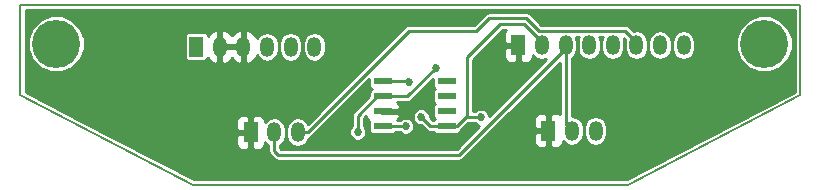
<source format=gbl>
%TF.GenerationSoftware,KiCad,Pcbnew,4.0.7-e2-6376~58~ubuntu16.04.1*%
%TF.CreationDate,2018-01-05T22:29:52-05:00*%
%TF.ProjectId,GarageFrontPanel,47617261676546726F6E7450616E656C,rev?*%
%TF.FileFunction,Copper,L2,Bot,Signal*%
%FSLAX46Y46*%
G04 Gerber Fmt 4.6, Leading zero omitted, Abs format (unit mm)*
G04 Created by KiCad (PCBNEW 4.0.7-e2-6376~58~ubuntu16.04.1) date Fri Jan  5 22:29:52 2018*
%MOMM*%
%LPD*%
G01*
G04 APERTURE LIST*
%ADD10C,0.150000*%
%ADD11C,0.127000*%
%ADD12R,1.550000X0.600000*%
%ADD13R,1.200000X1.700000*%
%ADD14O,1.200000X1.700000*%
%ADD15C,4.064000*%
%ADD16C,0.685800*%
%ADD17C,0.254000*%
G04 APERTURE END LIST*
D10*
D11*
X139065000Y-104140000D02*
X175895000Y-104140000D01*
X190500000Y-96520000D02*
X190500000Y-88900000D01*
X175895000Y-104140000D02*
X190500000Y-96520000D01*
X124460000Y-96520000D02*
X139065000Y-104140000D01*
X124460000Y-88900000D02*
X124460000Y-96520000D01*
X190500000Y-88900000D02*
X124460000Y-88900000D01*
D12*
X155161000Y-99187000D03*
X155161000Y-97917000D03*
X155161000Y-96647000D03*
X155161000Y-95377000D03*
X160561000Y-95377000D03*
X160561000Y-96647000D03*
X160561000Y-97917000D03*
X160561000Y-99187000D03*
D13*
X166624000Y-92329000D03*
D14*
X168624000Y-92329000D03*
X170624000Y-92329000D03*
X172624000Y-92329000D03*
X174624000Y-92329000D03*
X176624000Y-92329000D03*
X178624000Y-92329000D03*
X180624000Y-92329000D03*
D13*
X143955000Y-99695000D03*
D14*
X145955000Y-99695000D03*
X147955000Y-99695000D03*
D13*
X169164000Y-99568000D03*
D14*
X171164000Y-99568000D03*
X173164000Y-99568000D03*
D13*
X139352000Y-92456000D03*
D14*
X141352000Y-92456000D03*
X143352000Y-92456000D03*
X145352000Y-92456000D03*
X147352000Y-92456000D03*
X149352000Y-92456000D03*
D15*
X187452000Y-92202000D03*
X127508000Y-92202000D03*
D16*
X157099000Y-99187000D03*
X158399509Y-98401841D03*
X163449000Y-98425000D03*
X157412618Y-95436618D03*
X159639000Y-94234000D03*
X153035000Y-99695000D03*
D17*
X155161000Y-99187000D02*
X157099000Y-99187000D01*
X159184668Y-99187000D02*
X158742408Y-98744740D01*
X160561000Y-99187000D02*
X159184668Y-99187000D01*
X158742408Y-98744740D02*
X158399509Y-98401841D01*
X162306000Y-98298000D02*
X162179000Y-98425000D01*
X162179000Y-98425000D02*
X161417000Y-99187000D01*
X163449000Y-98425000D02*
X162964067Y-98425000D01*
X162964067Y-98425000D02*
X162179000Y-98425000D01*
X168624000Y-92329000D02*
X168624000Y-92079000D01*
X165100000Y-90551000D02*
X162306000Y-93345000D01*
X168624000Y-92079000D02*
X167096000Y-90551000D01*
X167096000Y-90551000D02*
X165100000Y-90551000D01*
X162306000Y-93345000D02*
X162306000Y-98298000D01*
X161417000Y-99187000D02*
X160561000Y-99187000D01*
X170624000Y-92329000D02*
X170624000Y-92579000D01*
X170624000Y-92579000D02*
X161603000Y-101600000D01*
X161603000Y-101600000D02*
X146304000Y-101600000D01*
X146304000Y-101600000D02*
X145955000Y-101251000D01*
X145955000Y-101251000D02*
X145955000Y-99695000D01*
X145955000Y-99945000D02*
X145955000Y-99695000D01*
X170624000Y-92329000D02*
X170624000Y-99028000D01*
X170624000Y-99028000D02*
X171164000Y-99568000D01*
X148809000Y-99695000D02*
X147955000Y-99695000D01*
X157406001Y-91097999D02*
X148809000Y-99695000D01*
X167306425Y-90042989D02*
X164127575Y-90042989D01*
X175642999Y-91097999D02*
X168361435Y-91097999D01*
X168361435Y-91097999D02*
X167306425Y-90042989D01*
X176624000Y-92329000D02*
X176624000Y-92079000D01*
X164127575Y-90042989D02*
X163072565Y-91097999D01*
X163072565Y-91097999D02*
X157406001Y-91097999D01*
X176624000Y-92079000D02*
X175642999Y-91097999D01*
X157353000Y-95377000D02*
X157412618Y-95436618D01*
X155161000Y-95377000D02*
X157353000Y-95377000D01*
X157226000Y-96647000D02*
X159639000Y-94234000D01*
X155161000Y-96647000D02*
X157226000Y-96647000D01*
X155161000Y-96647000D02*
X154686000Y-96647000D01*
X154686000Y-96647000D02*
X153035000Y-98298000D01*
X153035000Y-98298000D02*
X153035000Y-99695000D01*
G36*
X190055500Y-96250551D02*
X175786014Y-103695500D01*
X139173986Y-103695500D01*
X132054049Y-99980750D01*
X142720000Y-99980750D01*
X142720000Y-100671310D01*
X142816673Y-100904699D01*
X142995302Y-101083327D01*
X143228691Y-101180000D01*
X143669250Y-101180000D01*
X143828000Y-101021250D01*
X143828000Y-99822000D01*
X142878750Y-99822000D01*
X142720000Y-99980750D01*
X132054049Y-99980750D01*
X129635101Y-98718690D01*
X142720000Y-98718690D01*
X142720000Y-99409250D01*
X142878750Y-99568000D01*
X143828000Y-99568000D01*
X143828000Y-98368750D01*
X144082000Y-98368750D01*
X144082000Y-99568000D01*
X144102000Y-99568000D01*
X144102000Y-99822000D01*
X144082000Y-99822000D01*
X144082000Y-101021250D01*
X144240750Y-101180000D01*
X144681309Y-101180000D01*
X144914698Y-101083327D01*
X145093327Y-100904699D01*
X145190000Y-100671310D01*
X145190000Y-100556039D01*
X145261328Y-100662789D01*
X145447000Y-100786851D01*
X145447000Y-101251000D01*
X145485669Y-101445403D01*
X145595790Y-101610210D01*
X145944790Y-101959211D01*
X146109597Y-102069331D01*
X146304000Y-102108000D01*
X161603000Y-102108000D01*
X161797403Y-102069331D01*
X161962210Y-101959210D01*
X164067670Y-99853750D01*
X167929000Y-99853750D01*
X167929000Y-100544310D01*
X168025673Y-100777699D01*
X168204302Y-100956327D01*
X168437691Y-101053000D01*
X168878250Y-101053000D01*
X169037000Y-100894250D01*
X169037000Y-99695000D01*
X168087750Y-99695000D01*
X167929000Y-99853750D01*
X164067670Y-99853750D01*
X165329730Y-98591690D01*
X167929000Y-98591690D01*
X167929000Y-99282250D01*
X168087750Y-99441000D01*
X169037000Y-99441000D01*
X169037000Y-98241750D01*
X168878250Y-98083000D01*
X168437691Y-98083000D01*
X168204302Y-98179673D01*
X168025673Y-98358301D01*
X167929000Y-98591690D01*
X165329730Y-98591690D01*
X170116000Y-93805421D01*
X170116000Y-98176484D01*
X169890309Y-98083000D01*
X169449750Y-98083000D01*
X169291000Y-98241750D01*
X169291000Y-99441000D01*
X169311000Y-99441000D01*
X169311000Y-99695000D01*
X169291000Y-99695000D01*
X169291000Y-100894250D01*
X169449750Y-101053000D01*
X169890309Y-101053000D01*
X170123698Y-100956327D01*
X170302327Y-100777699D01*
X170399000Y-100544310D01*
X170399000Y-100429039D01*
X170470328Y-100535789D01*
X170788588Y-100748443D01*
X171164000Y-100823117D01*
X171539412Y-100748443D01*
X171857672Y-100535789D01*
X172070326Y-100217529D01*
X172145000Y-99842117D01*
X172145000Y-99293883D01*
X172183000Y-99293883D01*
X172183000Y-99842117D01*
X172257674Y-100217529D01*
X172470328Y-100535789D01*
X172788588Y-100748443D01*
X173164000Y-100823117D01*
X173539412Y-100748443D01*
X173857672Y-100535789D01*
X174070326Y-100217529D01*
X174145000Y-99842117D01*
X174145000Y-99293883D01*
X174070326Y-98918471D01*
X173857672Y-98600211D01*
X173539412Y-98387557D01*
X173164000Y-98312883D01*
X172788588Y-98387557D01*
X172470328Y-98600211D01*
X172257674Y-98918471D01*
X172183000Y-99293883D01*
X172145000Y-99293883D01*
X172070326Y-98918471D01*
X171857672Y-98600211D01*
X171539412Y-98387557D01*
X171164000Y-98312883D01*
X171132000Y-98319248D01*
X171132000Y-93420851D01*
X171317672Y-93296789D01*
X171530326Y-92978529D01*
X171605000Y-92603117D01*
X171605000Y-92054883D01*
X171530326Y-91679471D01*
X171481234Y-91605999D01*
X171766766Y-91605999D01*
X171717674Y-91679471D01*
X171643000Y-92054883D01*
X171643000Y-92603117D01*
X171717674Y-92978529D01*
X171930328Y-93296789D01*
X172248588Y-93509443D01*
X172624000Y-93584117D01*
X172999412Y-93509443D01*
X173317672Y-93296789D01*
X173530326Y-92978529D01*
X173605000Y-92603117D01*
X173605000Y-92054883D01*
X173530326Y-91679471D01*
X173481234Y-91605999D01*
X173766766Y-91605999D01*
X173717674Y-91679471D01*
X173643000Y-92054883D01*
X173643000Y-92603117D01*
X173717674Y-92978529D01*
X173930328Y-93296789D01*
X174248588Y-93509443D01*
X174624000Y-93584117D01*
X174999412Y-93509443D01*
X175317672Y-93296789D01*
X175530326Y-92978529D01*
X175605000Y-92603117D01*
X175605000Y-92054883D01*
X175536354Y-91709774D01*
X175682564Y-91855984D01*
X175643000Y-92054883D01*
X175643000Y-92603117D01*
X175717674Y-92978529D01*
X175930328Y-93296789D01*
X176248588Y-93509443D01*
X176624000Y-93584117D01*
X176999412Y-93509443D01*
X177317672Y-93296789D01*
X177530326Y-92978529D01*
X177605000Y-92603117D01*
X177605000Y-92054883D01*
X177643000Y-92054883D01*
X177643000Y-92603117D01*
X177717674Y-92978529D01*
X177930328Y-93296789D01*
X178248588Y-93509443D01*
X178624000Y-93584117D01*
X178999412Y-93509443D01*
X179317672Y-93296789D01*
X179530326Y-92978529D01*
X179605000Y-92603117D01*
X179605000Y-92054883D01*
X179643000Y-92054883D01*
X179643000Y-92603117D01*
X179717674Y-92978529D01*
X179930328Y-93296789D01*
X180248588Y-93509443D01*
X180624000Y-93584117D01*
X180999412Y-93509443D01*
X181317672Y-93296789D01*
X181530326Y-92978529D01*
X181589732Y-92679870D01*
X185038583Y-92679870D01*
X185405166Y-93567069D01*
X186083361Y-94246449D01*
X186969919Y-94614580D01*
X187929870Y-94615417D01*
X188817069Y-94248834D01*
X189496449Y-93570639D01*
X189864580Y-92684081D01*
X189865417Y-91724130D01*
X189498834Y-90836931D01*
X188820639Y-90157551D01*
X187934081Y-89789420D01*
X186974130Y-89788583D01*
X186086931Y-90155166D01*
X185407551Y-90833361D01*
X185039420Y-91719919D01*
X185038583Y-92679870D01*
X181589732Y-92679870D01*
X181605000Y-92603117D01*
X181605000Y-92054883D01*
X181530326Y-91679471D01*
X181317672Y-91361211D01*
X180999412Y-91148557D01*
X180624000Y-91073883D01*
X180248588Y-91148557D01*
X179930328Y-91361211D01*
X179717674Y-91679471D01*
X179643000Y-92054883D01*
X179605000Y-92054883D01*
X179530326Y-91679471D01*
X179317672Y-91361211D01*
X178999412Y-91148557D01*
X178624000Y-91073883D01*
X178248588Y-91148557D01*
X177930328Y-91361211D01*
X177717674Y-91679471D01*
X177643000Y-92054883D01*
X177605000Y-92054883D01*
X177530326Y-91679471D01*
X177317672Y-91361211D01*
X176999412Y-91148557D01*
X176624000Y-91073883D01*
X176384869Y-91121449D01*
X176002209Y-90738789D01*
X175837402Y-90628668D01*
X175642999Y-90589999D01*
X168571856Y-90589999D01*
X167665635Y-89683779D01*
X167500828Y-89573658D01*
X167306425Y-89534989D01*
X164127575Y-89534989D01*
X163933172Y-89573658D01*
X163933170Y-89573659D01*
X163933171Y-89573659D01*
X163768364Y-89683779D01*
X162862145Y-90589999D01*
X157406001Y-90589999D01*
X157243851Y-90622253D01*
X157211597Y-90628668D01*
X157046790Y-90738789D01*
X148812773Y-98972807D01*
X148648672Y-98727211D01*
X148330412Y-98514557D01*
X147955000Y-98439883D01*
X147579588Y-98514557D01*
X147261328Y-98727211D01*
X147048674Y-99045471D01*
X146974000Y-99420883D01*
X146974000Y-99969117D01*
X147048674Y-100344529D01*
X147261328Y-100662789D01*
X147579588Y-100875443D01*
X147955000Y-100950117D01*
X148330412Y-100875443D01*
X148648672Y-100662789D01*
X148861326Y-100344529D01*
X148892793Y-100186333D01*
X149003403Y-100164331D01*
X149168210Y-100054210D01*
X153997536Y-95224885D01*
X153997536Y-95677000D01*
X154024103Y-95818190D01*
X154107546Y-95947865D01*
X154202187Y-96012530D01*
X154115135Y-96068546D01*
X154028141Y-96195866D01*
X153997536Y-96347000D01*
X153997536Y-96617043D01*
X152675790Y-97938790D01*
X152565669Y-98103597D01*
X152527000Y-98298000D01*
X152527000Y-99179257D01*
X152421665Y-99284408D01*
X152311226Y-99550376D01*
X152310975Y-99838361D01*
X152420950Y-100104521D01*
X152624408Y-100308335D01*
X152890376Y-100418774D01*
X153178361Y-100419025D01*
X153444521Y-100309050D01*
X153648335Y-100105592D01*
X153758774Y-99839624D01*
X153759025Y-99551639D01*
X153649050Y-99285479D01*
X153543000Y-99179243D01*
X153543000Y-98508420D01*
X153751000Y-98300420D01*
X153751000Y-98343310D01*
X153847673Y-98576699D01*
X154024554Y-98753579D01*
X153997536Y-98887000D01*
X153997536Y-99487000D01*
X154024103Y-99628190D01*
X154107546Y-99757865D01*
X154234866Y-99844859D01*
X154386000Y-99875464D01*
X155936000Y-99875464D01*
X156077190Y-99848897D01*
X156206865Y-99765454D01*
X156255004Y-99695000D01*
X156583257Y-99695000D01*
X156688408Y-99800335D01*
X156954376Y-99910774D01*
X157242361Y-99911025D01*
X157508521Y-99801050D01*
X157712335Y-99597592D01*
X157822774Y-99331624D01*
X157823025Y-99043639D01*
X157713050Y-98777479D01*
X157509592Y-98573665D01*
X157243624Y-98463226D01*
X156955639Y-98462975D01*
X156689479Y-98572950D01*
X156583243Y-98679000D01*
X156372025Y-98679000D01*
X156474327Y-98576699D01*
X156571000Y-98343310D01*
X156571000Y-98202750D01*
X156412250Y-98044000D01*
X155288000Y-98044000D01*
X155288000Y-98064000D01*
X155034000Y-98064000D01*
X155034000Y-98044000D01*
X155014000Y-98044000D01*
X155014000Y-97790000D01*
X155034000Y-97790000D01*
X155034000Y-97770000D01*
X155288000Y-97770000D01*
X155288000Y-97790000D01*
X156412250Y-97790000D01*
X156571000Y-97631250D01*
X156571000Y-97490690D01*
X156474327Y-97257301D01*
X156372025Y-97155000D01*
X157226000Y-97155000D01*
X157420403Y-97116331D01*
X157585210Y-97006210D01*
X159397536Y-95193884D01*
X159397536Y-95677000D01*
X159424103Y-95818190D01*
X159507546Y-95947865D01*
X159602187Y-96012530D01*
X159515135Y-96068546D01*
X159428141Y-96195866D01*
X159397536Y-96347000D01*
X159397536Y-96947000D01*
X159424103Y-97088190D01*
X159507546Y-97217865D01*
X159602187Y-97282530D01*
X159515135Y-97338546D01*
X159428141Y-97465866D01*
X159397536Y-97617000D01*
X159397536Y-98217000D01*
X159424103Y-98358190D01*
X159507546Y-98487865D01*
X159602187Y-98552530D01*
X159515135Y-98608546D01*
X159466996Y-98679000D01*
X159395088Y-98679000D01*
X159123404Y-98407316D01*
X159123534Y-98258480D01*
X159013559Y-97992320D01*
X158810101Y-97788506D01*
X158544133Y-97678067D01*
X158256148Y-97677816D01*
X157989988Y-97787791D01*
X157786174Y-97991249D01*
X157675735Y-98257217D01*
X157675484Y-98545202D01*
X157785459Y-98811362D01*
X157988917Y-99015176D01*
X158254885Y-99125615D01*
X158404994Y-99125746D01*
X158825458Y-99546210D01*
X158990264Y-99656331D01*
X159184668Y-99695000D01*
X159467094Y-99695000D01*
X159507546Y-99757865D01*
X159634866Y-99844859D01*
X159786000Y-99875464D01*
X161336000Y-99875464D01*
X161477190Y-99848897D01*
X161606865Y-99765454D01*
X161693859Y-99638134D01*
X161702500Y-99595461D01*
X161776210Y-99546210D01*
X162389420Y-98933000D01*
X162933257Y-98933000D01*
X163038408Y-99038335D01*
X163304376Y-99148774D01*
X163335778Y-99148801D01*
X161392580Y-101092000D01*
X146514421Y-101092000D01*
X146463000Y-101040580D01*
X146463000Y-100786851D01*
X146648672Y-100662789D01*
X146861326Y-100344529D01*
X146936000Y-99969117D01*
X146936000Y-99420883D01*
X146861326Y-99045471D01*
X146648672Y-98727211D01*
X146330412Y-98514557D01*
X145955000Y-98439883D01*
X145579588Y-98514557D01*
X145261328Y-98727211D01*
X145190000Y-98833961D01*
X145190000Y-98718690D01*
X145093327Y-98485301D01*
X144914698Y-98306673D01*
X144681309Y-98210000D01*
X144240750Y-98210000D01*
X144082000Y-98368750D01*
X143828000Y-98368750D01*
X143669250Y-98210000D01*
X143228691Y-98210000D01*
X142995302Y-98306673D01*
X142816673Y-98485301D01*
X142720000Y-98718690D01*
X129635101Y-98718690D01*
X124904500Y-96250551D01*
X124904500Y-92679870D01*
X125094583Y-92679870D01*
X125461166Y-93567069D01*
X126139361Y-94246449D01*
X127025919Y-94614580D01*
X127985870Y-94615417D01*
X128873069Y-94248834D01*
X129552449Y-93570639D01*
X129920580Y-92684081D01*
X129921417Y-91724130D01*
X129872607Y-91606000D01*
X138363536Y-91606000D01*
X138363536Y-93306000D01*
X138390103Y-93447190D01*
X138473546Y-93576865D01*
X138600866Y-93663859D01*
X138752000Y-93694464D01*
X139952000Y-93694464D01*
X140093190Y-93667897D01*
X140222865Y-93584454D01*
X140309859Y-93457134D01*
X140325983Y-93377510D01*
X140522875Y-93637933D01*
X140942624Y-93884286D01*
X141034391Y-93899462D01*
X141225000Y-93774731D01*
X141225000Y-92583000D01*
X141479000Y-92583000D01*
X141479000Y-93774731D01*
X141669609Y-93899462D01*
X141761376Y-93884286D01*
X142181125Y-93637933D01*
X142352000Y-93411922D01*
X142522875Y-93637933D01*
X142942624Y-93884286D01*
X143034391Y-93899462D01*
X143225000Y-93774731D01*
X143225000Y-92583000D01*
X141479000Y-92583000D01*
X141225000Y-92583000D01*
X141205000Y-92583000D01*
X141205000Y-92329000D01*
X141225000Y-92329000D01*
X141225000Y-91137269D01*
X141479000Y-91137269D01*
X141479000Y-92329000D01*
X143225000Y-92329000D01*
X143225000Y-91137269D01*
X143479000Y-91137269D01*
X143479000Y-92329000D01*
X143499000Y-92329000D01*
X143499000Y-92583000D01*
X143479000Y-92583000D01*
X143479000Y-93774731D01*
X143669609Y-93899462D01*
X143761376Y-93884286D01*
X144181125Y-93637933D01*
X144474647Y-93249701D01*
X144493532Y-93177154D01*
X144658328Y-93423789D01*
X144976588Y-93636443D01*
X145352000Y-93711117D01*
X145727412Y-93636443D01*
X146045672Y-93423789D01*
X146258326Y-93105529D01*
X146333000Y-92730117D01*
X146333000Y-92181883D01*
X146371000Y-92181883D01*
X146371000Y-92730117D01*
X146445674Y-93105529D01*
X146658328Y-93423789D01*
X146976588Y-93636443D01*
X147352000Y-93711117D01*
X147727412Y-93636443D01*
X148045672Y-93423789D01*
X148258326Y-93105529D01*
X148333000Y-92730117D01*
X148333000Y-92181883D01*
X148371000Y-92181883D01*
X148371000Y-92730117D01*
X148445674Y-93105529D01*
X148658328Y-93423789D01*
X148976588Y-93636443D01*
X149352000Y-93711117D01*
X149727412Y-93636443D01*
X150045672Y-93423789D01*
X150258326Y-93105529D01*
X150333000Y-92730117D01*
X150333000Y-92181883D01*
X150258326Y-91806471D01*
X150045672Y-91488211D01*
X149727412Y-91275557D01*
X149352000Y-91200883D01*
X148976588Y-91275557D01*
X148658328Y-91488211D01*
X148445674Y-91806471D01*
X148371000Y-92181883D01*
X148333000Y-92181883D01*
X148258326Y-91806471D01*
X148045672Y-91488211D01*
X147727412Y-91275557D01*
X147352000Y-91200883D01*
X146976588Y-91275557D01*
X146658328Y-91488211D01*
X146445674Y-91806471D01*
X146371000Y-92181883D01*
X146333000Y-92181883D01*
X146258326Y-91806471D01*
X146045672Y-91488211D01*
X145727412Y-91275557D01*
X145352000Y-91200883D01*
X144976588Y-91275557D01*
X144658328Y-91488211D01*
X144493532Y-91734846D01*
X144474647Y-91662299D01*
X144181125Y-91274067D01*
X143761376Y-91027714D01*
X143669609Y-91012538D01*
X143479000Y-91137269D01*
X143225000Y-91137269D01*
X143034391Y-91012538D01*
X142942624Y-91027714D01*
X142522875Y-91274067D01*
X142352000Y-91500078D01*
X142181125Y-91274067D01*
X141761376Y-91027714D01*
X141669609Y-91012538D01*
X141479000Y-91137269D01*
X141225000Y-91137269D01*
X141034391Y-91012538D01*
X140942624Y-91027714D01*
X140522875Y-91274067D01*
X140326804Y-91533404D01*
X140313897Y-91464810D01*
X140230454Y-91335135D01*
X140103134Y-91248141D01*
X139952000Y-91217536D01*
X138752000Y-91217536D01*
X138610810Y-91244103D01*
X138481135Y-91327546D01*
X138394141Y-91454866D01*
X138363536Y-91606000D01*
X129872607Y-91606000D01*
X129554834Y-90836931D01*
X128876639Y-90157551D01*
X127990081Y-89789420D01*
X127030130Y-89788583D01*
X126142931Y-90155166D01*
X125463551Y-90833361D01*
X125095420Y-91719919D01*
X125094583Y-92679870D01*
X124904500Y-92679870D01*
X124904500Y-89344500D01*
X190055500Y-89344500D01*
X190055500Y-96250551D01*
X190055500Y-96250551D01*
G37*
X190055500Y-96250551D02*
X175786014Y-103695500D01*
X139173986Y-103695500D01*
X132054049Y-99980750D01*
X142720000Y-99980750D01*
X142720000Y-100671310D01*
X142816673Y-100904699D01*
X142995302Y-101083327D01*
X143228691Y-101180000D01*
X143669250Y-101180000D01*
X143828000Y-101021250D01*
X143828000Y-99822000D01*
X142878750Y-99822000D01*
X142720000Y-99980750D01*
X132054049Y-99980750D01*
X129635101Y-98718690D01*
X142720000Y-98718690D01*
X142720000Y-99409250D01*
X142878750Y-99568000D01*
X143828000Y-99568000D01*
X143828000Y-98368750D01*
X144082000Y-98368750D01*
X144082000Y-99568000D01*
X144102000Y-99568000D01*
X144102000Y-99822000D01*
X144082000Y-99822000D01*
X144082000Y-101021250D01*
X144240750Y-101180000D01*
X144681309Y-101180000D01*
X144914698Y-101083327D01*
X145093327Y-100904699D01*
X145190000Y-100671310D01*
X145190000Y-100556039D01*
X145261328Y-100662789D01*
X145447000Y-100786851D01*
X145447000Y-101251000D01*
X145485669Y-101445403D01*
X145595790Y-101610210D01*
X145944790Y-101959211D01*
X146109597Y-102069331D01*
X146304000Y-102108000D01*
X161603000Y-102108000D01*
X161797403Y-102069331D01*
X161962210Y-101959210D01*
X164067670Y-99853750D01*
X167929000Y-99853750D01*
X167929000Y-100544310D01*
X168025673Y-100777699D01*
X168204302Y-100956327D01*
X168437691Y-101053000D01*
X168878250Y-101053000D01*
X169037000Y-100894250D01*
X169037000Y-99695000D01*
X168087750Y-99695000D01*
X167929000Y-99853750D01*
X164067670Y-99853750D01*
X165329730Y-98591690D01*
X167929000Y-98591690D01*
X167929000Y-99282250D01*
X168087750Y-99441000D01*
X169037000Y-99441000D01*
X169037000Y-98241750D01*
X168878250Y-98083000D01*
X168437691Y-98083000D01*
X168204302Y-98179673D01*
X168025673Y-98358301D01*
X167929000Y-98591690D01*
X165329730Y-98591690D01*
X170116000Y-93805421D01*
X170116000Y-98176484D01*
X169890309Y-98083000D01*
X169449750Y-98083000D01*
X169291000Y-98241750D01*
X169291000Y-99441000D01*
X169311000Y-99441000D01*
X169311000Y-99695000D01*
X169291000Y-99695000D01*
X169291000Y-100894250D01*
X169449750Y-101053000D01*
X169890309Y-101053000D01*
X170123698Y-100956327D01*
X170302327Y-100777699D01*
X170399000Y-100544310D01*
X170399000Y-100429039D01*
X170470328Y-100535789D01*
X170788588Y-100748443D01*
X171164000Y-100823117D01*
X171539412Y-100748443D01*
X171857672Y-100535789D01*
X172070326Y-100217529D01*
X172145000Y-99842117D01*
X172145000Y-99293883D01*
X172183000Y-99293883D01*
X172183000Y-99842117D01*
X172257674Y-100217529D01*
X172470328Y-100535789D01*
X172788588Y-100748443D01*
X173164000Y-100823117D01*
X173539412Y-100748443D01*
X173857672Y-100535789D01*
X174070326Y-100217529D01*
X174145000Y-99842117D01*
X174145000Y-99293883D01*
X174070326Y-98918471D01*
X173857672Y-98600211D01*
X173539412Y-98387557D01*
X173164000Y-98312883D01*
X172788588Y-98387557D01*
X172470328Y-98600211D01*
X172257674Y-98918471D01*
X172183000Y-99293883D01*
X172145000Y-99293883D01*
X172070326Y-98918471D01*
X171857672Y-98600211D01*
X171539412Y-98387557D01*
X171164000Y-98312883D01*
X171132000Y-98319248D01*
X171132000Y-93420851D01*
X171317672Y-93296789D01*
X171530326Y-92978529D01*
X171605000Y-92603117D01*
X171605000Y-92054883D01*
X171530326Y-91679471D01*
X171481234Y-91605999D01*
X171766766Y-91605999D01*
X171717674Y-91679471D01*
X171643000Y-92054883D01*
X171643000Y-92603117D01*
X171717674Y-92978529D01*
X171930328Y-93296789D01*
X172248588Y-93509443D01*
X172624000Y-93584117D01*
X172999412Y-93509443D01*
X173317672Y-93296789D01*
X173530326Y-92978529D01*
X173605000Y-92603117D01*
X173605000Y-92054883D01*
X173530326Y-91679471D01*
X173481234Y-91605999D01*
X173766766Y-91605999D01*
X173717674Y-91679471D01*
X173643000Y-92054883D01*
X173643000Y-92603117D01*
X173717674Y-92978529D01*
X173930328Y-93296789D01*
X174248588Y-93509443D01*
X174624000Y-93584117D01*
X174999412Y-93509443D01*
X175317672Y-93296789D01*
X175530326Y-92978529D01*
X175605000Y-92603117D01*
X175605000Y-92054883D01*
X175536354Y-91709774D01*
X175682564Y-91855984D01*
X175643000Y-92054883D01*
X175643000Y-92603117D01*
X175717674Y-92978529D01*
X175930328Y-93296789D01*
X176248588Y-93509443D01*
X176624000Y-93584117D01*
X176999412Y-93509443D01*
X177317672Y-93296789D01*
X177530326Y-92978529D01*
X177605000Y-92603117D01*
X177605000Y-92054883D01*
X177643000Y-92054883D01*
X177643000Y-92603117D01*
X177717674Y-92978529D01*
X177930328Y-93296789D01*
X178248588Y-93509443D01*
X178624000Y-93584117D01*
X178999412Y-93509443D01*
X179317672Y-93296789D01*
X179530326Y-92978529D01*
X179605000Y-92603117D01*
X179605000Y-92054883D01*
X179643000Y-92054883D01*
X179643000Y-92603117D01*
X179717674Y-92978529D01*
X179930328Y-93296789D01*
X180248588Y-93509443D01*
X180624000Y-93584117D01*
X180999412Y-93509443D01*
X181317672Y-93296789D01*
X181530326Y-92978529D01*
X181589732Y-92679870D01*
X185038583Y-92679870D01*
X185405166Y-93567069D01*
X186083361Y-94246449D01*
X186969919Y-94614580D01*
X187929870Y-94615417D01*
X188817069Y-94248834D01*
X189496449Y-93570639D01*
X189864580Y-92684081D01*
X189865417Y-91724130D01*
X189498834Y-90836931D01*
X188820639Y-90157551D01*
X187934081Y-89789420D01*
X186974130Y-89788583D01*
X186086931Y-90155166D01*
X185407551Y-90833361D01*
X185039420Y-91719919D01*
X185038583Y-92679870D01*
X181589732Y-92679870D01*
X181605000Y-92603117D01*
X181605000Y-92054883D01*
X181530326Y-91679471D01*
X181317672Y-91361211D01*
X180999412Y-91148557D01*
X180624000Y-91073883D01*
X180248588Y-91148557D01*
X179930328Y-91361211D01*
X179717674Y-91679471D01*
X179643000Y-92054883D01*
X179605000Y-92054883D01*
X179530326Y-91679471D01*
X179317672Y-91361211D01*
X178999412Y-91148557D01*
X178624000Y-91073883D01*
X178248588Y-91148557D01*
X177930328Y-91361211D01*
X177717674Y-91679471D01*
X177643000Y-92054883D01*
X177605000Y-92054883D01*
X177530326Y-91679471D01*
X177317672Y-91361211D01*
X176999412Y-91148557D01*
X176624000Y-91073883D01*
X176384869Y-91121449D01*
X176002209Y-90738789D01*
X175837402Y-90628668D01*
X175642999Y-90589999D01*
X168571856Y-90589999D01*
X167665635Y-89683779D01*
X167500828Y-89573658D01*
X167306425Y-89534989D01*
X164127575Y-89534989D01*
X163933172Y-89573658D01*
X163933170Y-89573659D01*
X163933171Y-89573659D01*
X163768364Y-89683779D01*
X162862145Y-90589999D01*
X157406001Y-90589999D01*
X157243851Y-90622253D01*
X157211597Y-90628668D01*
X157046790Y-90738789D01*
X148812773Y-98972807D01*
X148648672Y-98727211D01*
X148330412Y-98514557D01*
X147955000Y-98439883D01*
X147579588Y-98514557D01*
X147261328Y-98727211D01*
X147048674Y-99045471D01*
X146974000Y-99420883D01*
X146974000Y-99969117D01*
X147048674Y-100344529D01*
X147261328Y-100662789D01*
X147579588Y-100875443D01*
X147955000Y-100950117D01*
X148330412Y-100875443D01*
X148648672Y-100662789D01*
X148861326Y-100344529D01*
X148892793Y-100186333D01*
X149003403Y-100164331D01*
X149168210Y-100054210D01*
X153997536Y-95224885D01*
X153997536Y-95677000D01*
X154024103Y-95818190D01*
X154107546Y-95947865D01*
X154202187Y-96012530D01*
X154115135Y-96068546D01*
X154028141Y-96195866D01*
X153997536Y-96347000D01*
X153997536Y-96617043D01*
X152675790Y-97938790D01*
X152565669Y-98103597D01*
X152527000Y-98298000D01*
X152527000Y-99179257D01*
X152421665Y-99284408D01*
X152311226Y-99550376D01*
X152310975Y-99838361D01*
X152420950Y-100104521D01*
X152624408Y-100308335D01*
X152890376Y-100418774D01*
X153178361Y-100419025D01*
X153444521Y-100309050D01*
X153648335Y-100105592D01*
X153758774Y-99839624D01*
X153759025Y-99551639D01*
X153649050Y-99285479D01*
X153543000Y-99179243D01*
X153543000Y-98508420D01*
X153751000Y-98300420D01*
X153751000Y-98343310D01*
X153847673Y-98576699D01*
X154024554Y-98753579D01*
X153997536Y-98887000D01*
X153997536Y-99487000D01*
X154024103Y-99628190D01*
X154107546Y-99757865D01*
X154234866Y-99844859D01*
X154386000Y-99875464D01*
X155936000Y-99875464D01*
X156077190Y-99848897D01*
X156206865Y-99765454D01*
X156255004Y-99695000D01*
X156583257Y-99695000D01*
X156688408Y-99800335D01*
X156954376Y-99910774D01*
X157242361Y-99911025D01*
X157508521Y-99801050D01*
X157712335Y-99597592D01*
X157822774Y-99331624D01*
X157823025Y-99043639D01*
X157713050Y-98777479D01*
X157509592Y-98573665D01*
X157243624Y-98463226D01*
X156955639Y-98462975D01*
X156689479Y-98572950D01*
X156583243Y-98679000D01*
X156372025Y-98679000D01*
X156474327Y-98576699D01*
X156571000Y-98343310D01*
X156571000Y-98202750D01*
X156412250Y-98044000D01*
X155288000Y-98044000D01*
X155288000Y-98064000D01*
X155034000Y-98064000D01*
X155034000Y-98044000D01*
X155014000Y-98044000D01*
X155014000Y-97790000D01*
X155034000Y-97790000D01*
X155034000Y-97770000D01*
X155288000Y-97770000D01*
X155288000Y-97790000D01*
X156412250Y-97790000D01*
X156571000Y-97631250D01*
X156571000Y-97490690D01*
X156474327Y-97257301D01*
X156372025Y-97155000D01*
X157226000Y-97155000D01*
X157420403Y-97116331D01*
X157585210Y-97006210D01*
X159397536Y-95193884D01*
X159397536Y-95677000D01*
X159424103Y-95818190D01*
X159507546Y-95947865D01*
X159602187Y-96012530D01*
X159515135Y-96068546D01*
X159428141Y-96195866D01*
X159397536Y-96347000D01*
X159397536Y-96947000D01*
X159424103Y-97088190D01*
X159507546Y-97217865D01*
X159602187Y-97282530D01*
X159515135Y-97338546D01*
X159428141Y-97465866D01*
X159397536Y-97617000D01*
X159397536Y-98217000D01*
X159424103Y-98358190D01*
X159507546Y-98487865D01*
X159602187Y-98552530D01*
X159515135Y-98608546D01*
X159466996Y-98679000D01*
X159395088Y-98679000D01*
X159123404Y-98407316D01*
X159123534Y-98258480D01*
X159013559Y-97992320D01*
X158810101Y-97788506D01*
X158544133Y-97678067D01*
X158256148Y-97677816D01*
X157989988Y-97787791D01*
X157786174Y-97991249D01*
X157675735Y-98257217D01*
X157675484Y-98545202D01*
X157785459Y-98811362D01*
X157988917Y-99015176D01*
X158254885Y-99125615D01*
X158404994Y-99125746D01*
X158825458Y-99546210D01*
X158990264Y-99656331D01*
X159184668Y-99695000D01*
X159467094Y-99695000D01*
X159507546Y-99757865D01*
X159634866Y-99844859D01*
X159786000Y-99875464D01*
X161336000Y-99875464D01*
X161477190Y-99848897D01*
X161606865Y-99765454D01*
X161693859Y-99638134D01*
X161702500Y-99595461D01*
X161776210Y-99546210D01*
X162389420Y-98933000D01*
X162933257Y-98933000D01*
X163038408Y-99038335D01*
X163304376Y-99148774D01*
X163335778Y-99148801D01*
X161392580Y-101092000D01*
X146514421Y-101092000D01*
X146463000Y-101040580D01*
X146463000Y-100786851D01*
X146648672Y-100662789D01*
X146861326Y-100344529D01*
X146936000Y-99969117D01*
X146936000Y-99420883D01*
X146861326Y-99045471D01*
X146648672Y-98727211D01*
X146330412Y-98514557D01*
X145955000Y-98439883D01*
X145579588Y-98514557D01*
X145261328Y-98727211D01*
X145190000Y-98833961D01*
X145190000Y-98718690D01*
X145093327Y-98485301D01*
X144914698Y-98306673D01*
X144681309Y-98210000D01*
X144240750Y-98210000D01*
X144082000Y-98368750D01*
X143828000Y-98368750D01*
X143669250Y-98210000D01*
X143228691Y-98210000D01*
X142995302Y-98306673D01*
X142816673Y-98485301D01*
X142720000Y-98718690D01*
X129635101Y-98718690D01*
X124904500Y-96250551D01*
X124904500Y-92679870D01*
X125094583Y-92679870D01*
X125461166Y-93567069D01*
X126139361Y-94246449D01*
X127025919Y-94614580D01*
X127985870Y-94615417D01*
X128873069Y-94248834D01*
X129552449Y-93570639D01*
X129920580Y-92684081D01*
X129921417Y-91724130D01*
X129872607Y-91606000D01*
X138363536Y-91606000D01*
X138363536Y-93306000D01*
X138390103Y-93447190D01*
X138473546Y-93576865D01*
X138600866Y-93663859D01*
X138752000Y-93694464D01*
X139952000Y-93694464D01*
X140093190Y-93667897D01*
X140222865Y-93584454D01*
X140309859Y-93457134D01*
X140325983Y-93377510D01*
X140522875Y-93637933D01*
X140942624Y-93884286D01*
X141034391Y-93899462D01*
X141225000Y-93774731D01*
X141225000Y-92583000D01*
X141479000Y-92583000D01*
X141479000Y-93774731D01*
X141669609Y-93899462D01*
X141761376Y-93884286D01*
X142181125Y-93637933D01*
X142352000Y-93411922D01*
X142522875Y-93637933D01*
X142942624Y-93884286D01*
X143034391Y-93899462D01*
X143225000Y-93774731D01*
X143225000Y-92583000D01*
X141479000Y-92583000D01*
X141225000Y-92583000D01*
X141205000Y-92583000D01*
X141205000Y-92329000D01*
X141225000Y-92329000D01*
X141225000Y-91137269D01*
X141479000Y-91137269D01*
X141479000Y-92329000D01*
X143225000Y-92329000D01*
X143225000Y-91137269D01*
X143479000Y-91137269D01*
X143479000Y-92329000D01*
X143499000Y-92329000D01*
X143499000Y-92583000D01*
X143479000Y-92583000D01*
X143479000Y-93774731D01*
X143669609Y-93899462D01*
X143761376Y-93884286D01*
X144181125Y-93637933D01*
X144474647Y-93249701D01*
X144493532Y-93177154D01*
X144658328Y-93423789D01*
X144976588Y-93636443D01*
X145352000Y-93711117D01*
X145727412Y-93636443D01*
X146045672Y-93423789D01*
X146258326Y-93105529D01*
X146333000Y-92730117D01*
X146333000Y-92181883D01*
X146371000Y-92181883D01*
X146371000Y-92730117D01*
X146445674Y-93105529D01*
X146658328Y-93423789D01*
X146976588Y-93636443D01*
X147352000Y-93711117D01*
X147727412Y-93636443D01*
X148045672Y-93423789D01*
X148258326Y-93105529D01*
X148333000Y-92730117D01*
X148333000Y-92181883D01*
X148371000Y-92181883D01*
X148371000Y-92730117D01*
X148445674Y-93105529D01*
X148658328Y-93423789D01*
X148976588Y-93636443D01*
X149352000Y-93711117D01*
X149727412Y-93636443D01*
X150045672Y-93423789D01*
X150258326Y-93105529D01*
X150333000Y-92730117D01*
X150333000Y-92181883D01*
X150258326Y-91806471D01*
X150045672Y-91488211D01*
X149727412Y-91275557D01*
X149352000Y-91200883D01*
X148976588Y-91275557D01*
X148658328Y-91488211D01*
X148445674Y-91806471D01*
X148371000Y-92181883D01*
X148333000Y-92181883D01*
X148258326Y-91806471D01*
X148045672Y-91488211D01*
X147727412Y-91275557D01*
X147352000Y-91200883D01*
X146976588Y-91275557D01*
X146658328Y-91488211D01*
X146445674Y-91806471D01*
X146371000Y-92181883D01*
X146333000Y-92181883D01*
X146258326Y-91806471D01*
X146045672Y-91488211D01*
X145727412Y-91275557D01*
X145352000Y-91200883D01*
X144976588Y-91275557D01*
X144658328Y-91488211D01*
X144493532Y-91734846D01*
X144474647Y-91662299D01*
X144181125Y-91274067D01*
X143761376Y-91027714D01*
X143669609Y-91012538D01*
X143479000Y-91137269D01*
X143225000Y-91137269D01*
X143034391Y-91012538D01*
X142942624Y-91027714D01*
X142522875Y-91274067D01*
X142352000Y-91500078D01*
X142181125Y-91274067D01*
X141761376Y-91027714D01*
X141669609Y-91012538D01*
X141479000Y-91137269D01*
X141225000Y-91137269D01*
X141034391Y-91012538D01*
X140942624Y-91027714D01*
X140522875Y-91274067D01*
X140326804Y-91533404D01*
X140313897Y-91464810D01*
X140230454Y-91335135D01*
X140103134Y-91248141D01*
X139952000Y-91217536D01*
X138752000Y-91217536D01*
X138610810Y-91244103D01*
X138481135Y-91327546D01*
X138394141Y-91454866D01*
X138363536Y-91606000D01*
X129872607Y-91606000D01*
X129554834Y-90836931D01*
X128876639Y-90157551D01*
X127990081Y-89789420D01*
X127030130Y-89788583D01*
X126142931Y-90155166D01*
X125463551Y-90833361D01*
X125095420Y-91719919D01*
X125094583Y-92679870D01*
X124904500Y-92679870D01*
X124904500Y-89344500D01*
X190055500Y-89344500D01*
X190055500Y-96250551D01*
G36*
X165485673Y-91119301D02*
X165389000Y-91352690D01*
X165389000Y-92043250D01*
X165547750Y-92202000D01*
X166497000Y-92202000D01*
X166497000Y-92182000D01*
X166751000Y-92182000D01*
X166751000Y-92202000D01*
X166771000Y-92202000D01*
X166771000Y-92456000D01*
X166751000Y-92456000D01*
X166751000Y-93655250D01*
X166909750Y-93814000D01*
X167350309Y-93814000D01*
X167583698Y-93717327D01*
X167762327Y-93538699D01*
X167859000Y-93305310D01*
X167859000Y-93190039D01*
X167930328Y-93296789D01*
X168248588Y-93509443D01*
X168624000Y-93584117D01*
X168969108Y-93515471D01*
X164172999Y-98311581D01*
X164173025Y-98281639D01*
X164063050Y-98015479D01*
X163859592Y-97811665D01*
X163593624Y-97701226D01*
X163305639Y-97700975D01*
X163039479Y-97810950D01*
X162933243Y-97917000D01*
X162814000Y-97917000D01*
X162814000Y-93555420D01*
X163754670Y-92614750D01*
X165389000Y-92614750D01*
X165389000Y-93305310D01*
X165485673Y-93538699D01*
X165664302Y-93717327D01*
X165897691Y-93814000D01*
X166338250Y-93814000D01*
X166497000Y-93655250D01*
X166497000Y-92456000D01*
X165547750Y-92456000D01*
X165389000Y-92614750D01*
X163754670Y-92614750D01*
X165310420Y-91059000D01*
X165545974Y-91059000D01*
X165485673Y-91119301D01*
X165485673Y-91119301D01*
G37*
X165485673Y-91119301D02*
X165389000Y-91352690D01*
X165389000Y-92043250D01*
X165547750Y-92202000D01*
X166497000Y-92202000D01*
X166497000Y-92182000D01*
X166751000Y-92182000D01*
X166751000Y-92202000D01*
X166771000Y-92202000D01*
X166771000Y-92456000D01*
X166751000Y-92456000D01*
X166751000Y-93655250D01*
X166909750Y-93814000D01*
X167350309Y-93814000D01*
X167583698Y-93717327D01*
X167762327Y-93538699D01*
X167859000Y-93305310D01*
X167859000Y-93190039D01*
X167930328Y-93296789D01*
X168248588Y-93509443D01*
X168624000Y-93584117D01*
X168969108Y-93515471D01*
X164172999Y-98311581D01*
X164173025Y-98281639D01*
X164063050Y-98015479D01*
X163859592Y-97811665D01*
X163593624Y-97701226D01*
X163305639Y-97700975D01*
X163039479Y-97810950D01*
X162933243Y-97917000D01*
X162814000Y-97917000D01*
X162814000Y-93555420D01*
X163754670Y-92614750D01*
X165389000Y-92614750D01*
X165389000Y-93305310D01*
X165485673Y-93538699D01*
X165664302Y-93717327D01*
X165897691Y-93814000D01*
X166338250Y-93814000D01*
X166497000Y-93655250D01*
X166497000Y-92456000D01*
X165547750Y-92456000D01*
X165389000Y-92614750D01*
X163754670Y-92614750D01*
X165310420Y-91059000D01*
X165545974Y-91059000D01*
X165485673Y-91119301D01*
M02*

</source>
